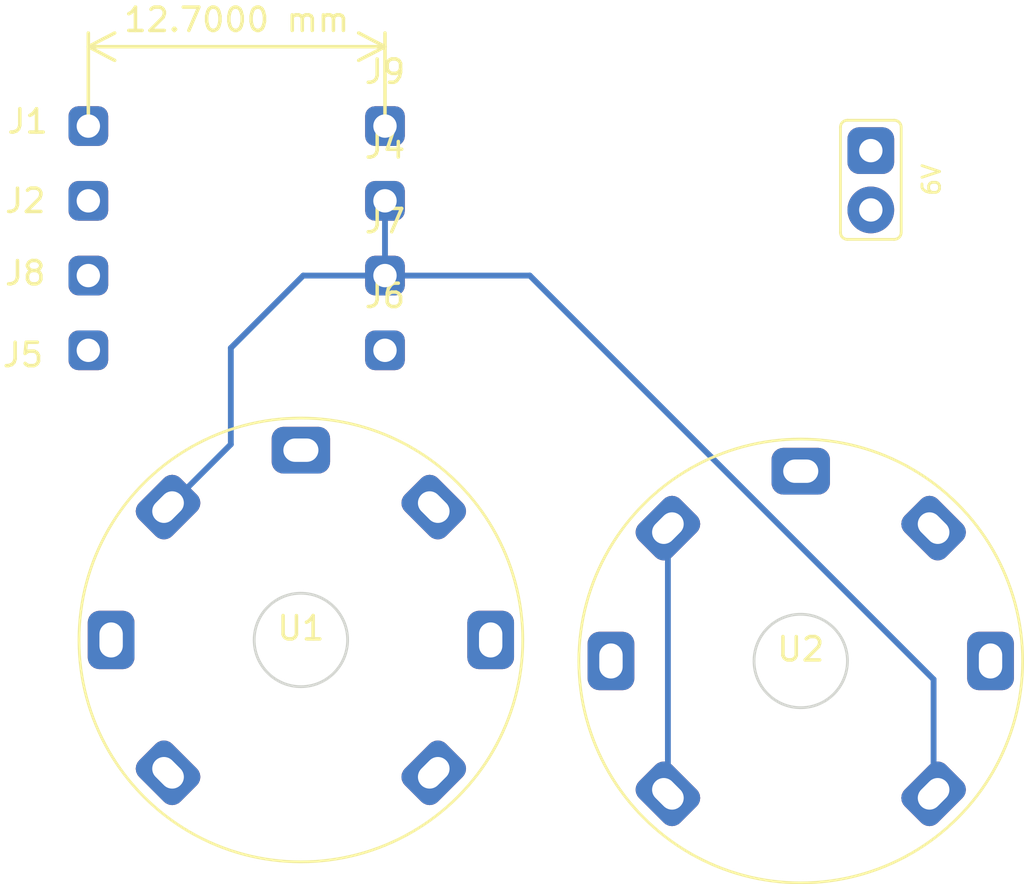
<source format=kicad_pcb>
(kicad_pcb (version 20211014) (generator pcbnew)
  (layers (0 "F.Cu" signal) (31 "B.Cu" signal) (34 "B.Paste" user) (35 "F.Paste" user) (36 "B.SilkS" user "B.Silkscreen") (37 "F.SilkS" user "F.Silkscreen") (38 "B.Mask" user) (39 "F.Mask" user) (44 "Edge.Cuts" user))
  (net 0 "")
  (net 1 "Net-(J2-Pad1)")
  (net 2 "Net-(J3-Pad1)")
  (net 3 "Net-(J3-Pad2)")
  (net 4 "Net-(J4-Pad1)")
  (net 5 "Net-(J5-Pad1)")
  (net 6 "GND")
  (footprint "spdf1626_lib:PinHeader_1x01_P2.54mm_Vertical" (layer "F.Cu") (at 25 31.4)
    (fp_text reference "J8" (at -2.7 -0.1) (layer "F.SilkS"))
    (fp_text value "IN2" hide)
    (pad "1" thru_hole roundrect (at 0 0) (size 1.7 1.7) (drill 1) (layers *.Cu *.Mask) (net 5 "Net-(J5-Pad1)"))
  )
  (footprint "spdf1626_lib:PinHeader_1x01_P2.54mm_Vertical" (layer "F.Cu") (at 25 25)
    (fp_text reference "J1" (at -2.6 -0.2) (layer "F.SilkS"))
    (fp_text value "IN1" hide)
    (pad "1" thru_hole roundrect (at 0 0) (size 1.7 1.7) (drill 1) (layers *.Cu *.Mask) (net 1 "Net-(J2-Pad1)"))
  )
  (footprint "spdf1626_lib:PinHeader_1x01_P2.54mm_Vertical" (layer "F.Cu") (at 37.7 31.4)
    (fp_text reference "J7" (at 0 -2.33) (layer "F.SilkS"))
    (fp_text value "Vout" hide)
    (pad "1" thru_hole roundrect (at 0 0) (size 1.7 1.7) (drill 1) (layers *.Cu *.Mask) (net 4 "Net-(J4-Pad1)"))
  )
  (footprint "spdf1626_lib:PinHeader_1x01_P2.54mm_Vertical" (layer "F.Cu") (at 37.7 28.2)
    (fp_text reference "J4" (at 0 -2.33) (layer "F.SilkS"))
    (fp_text value "Vout" hide)
    (pad "1" thru_hole roundrect (at 0 0) (size 1.7 1.7) (drill 1) (layers *.Cu *.Mask) (net 4 "Net-(J4-Pad1)"))
  )
  (footprint "spdf1626_lib:7-pin_tube_socket" (layer "F.Cu") (at 55.5 47.9)
    (fp_text reference "U2" (at 0 -0.5 unlocked) (layer "F.SilkS"))
    (fp_text value "6H2P")
    (fp_circle (center 0 0) (end 9.5 0) (layer "F.SilkS") (width 0.12) (fill none))
    (fp_circle (center 0 0) (end 2 0) (layer "Edge.Cuts") (width 0.12) (fill none))
    (pad "1" thru_hole roundrect (at 5.6875 5.6875 45) (size 2.5 2) (drill oval 1.5 1) (layers *.Cu *.Mask) (net 4 "Net-(J4-Pad1)"))
    (pad "2" thru_hole roundrect (at 8.125 0 90) (size 2.5 2) (drill oval 1.5 1) (layers *.Cu *.Mask) (net 6 "GND"))
    (pad "3" thru_hole roundrect (at 5.6875 -5.6875 135) (size 2.5 2) (drill oval 1.5 1) (layers *.Cu *.Mask) (net 3 "Net-(J3-Pad2)"))
    (pad "4" thru_hole roundrect (at 0 -8.125) (size 2.5 2) (drill oval 1.5 1) (layers *.Cu *.Mask) (net 2 "Net-(J3-Pad1)"))
    (pad "5" thru_hole roundrect (at -5.6875 -5.6875 45) (size 2.5 2) (drill oval 1.5 1) (layers *.Cu *.Mask) (net 5 "Net-(J5-Pad1)"))
    (pad "6" thru_hole roundrect (at -8.125 0 90) (size 2.5 2) (drill oval 1.5 1) (layers *.Cu *.Mask) (net 6 "GND"))
    (pad "7" thru_hole roundrect (at -5.6875 5.6875 135) (size 2.5 2) (drill oval 1.5 1) (layers *.Cu *.Mask) (net 5 "Net-(J5-Pad1)"))
  )
  (footprint "spdf1626_lib:PinHeader_1x01_P2.54mm_Vertical" (layer "F.Cu") (at 37.7 25)
    (fp_text reference "J9" (at 0 -2.33) (layer "F.SilkS"))
    (fp_text value "GND" hide)
    (pad "1" thru_hole roundrect (at 0 0) (size 1.7 1.7) (drill 1) (layers *.Cu *.Mask) (net 6 "GND"))
  )
  (footprint "spdf1626_lib:PinHeader_1x01_P2.54mm_Vertical" (layer "F.Cu") (at 37.7 34.6)
    (fp_text reference "J6" (at 0 -2.33) (layer "F.SilkS"))
    (fp_text value "GND" hide)
    (pad "1" thru_hole roundrect (at 0 0) (size 1.7 1.7) (drill 1) (layers *.Cu *.Mask) (net 6 "GND"))
  )
  (footprint "spdf1626_lib:PinHeader_1x01_P2.54mm_Vertical" (layer "F.Cu") (at 25 34.6)
    (fp_text reference "J5" (at -2.8 0.2) (layer "F.SilkS"))
    (fp_text value "IN2" hide)
    (pad "1" thru_hole roundrect (at 0 0) (size 1.7 1.7) (drill 1) (layers *.Cu *.Mask) (net 5 "Net-(J5-Pad1)"))
  )
  (footprint "spdf1626_lib:PinHeader_1x02_P2.54mm" (layer "F.Cu") (at 58.5 26.05)
    (fp_text reference "J3" hide)
    (fp_text value "6V" (at 2.6 1.25 90) (layer "F.SilkS") (effects (font (size 0.75 0.75) (thickness 0.12))))
    (fp_line (start 1.3 -1) (end 1.3 3.5) (layer "F.SilkS") (width 0.12))
    (fp_line (start -1 -1.3) (end 1 -1.3) (layer "F.SilkS") (width 0.12))
    (fp_line (start -1.3 3.5) (end -1.3 -1) (layer "F.SilkS") (width 0.12))
    (fp_line (start 1 3.8) (end -1 3.8) (layer "F.SilkS") (width 0.12))
    (fp_arc (start -1 3.8) (mid -1.212132 3.712132) (end -1.3 3.5) (layer "F.SilkS") (width 0.12))
    (fp_arc (start -1.3 -1) (mid -1.212132 -1.212132) (end -1 -1.3) (layer "F.SilkS") (width 0.12))
    (fp_arc (start 1 -1.3) (mid 1.212132 -1.212132) (end 1.3 -1) (layer "F.SilkS") (width 0.12))
    (fp_arc (start 1.3 3.5) (mid 1.212132 3.712132) (end 1 3.8) (layer "F.SilkS") (width 0.12))
    (pad "1" thru_hole roundrect (at 0 0) (size 2 2) (drill 1) (layers *.Cu *.Mask) (net 2 "Net-(J3-Pad1)"))
    (pad "2" thru_hole oval (at 0 2.54) (size 2 2) (drill 1) (layers *.Cu *.Mask) (net 3 "Net-(J3-Pad2)"))
  )
  (footprint "spdf1626_lib:PinHeader_1x01_P2.54mm_Vertical" (layer "F.Cu") (at 25 28.2)
    (fp_text reference "J2" (at -2.7 0) (layer "F.SilkS"))
    (fp_text value "IN1" hide)
    (pad "1" thru_hole roundrect (at 0 0) (size 1.7 1.7) (drill 1) (layers *.Cu *.Mask) (net 1 "Net-(J2-Pad1)"))
  )
  (footprint "spdf1626_lib:7-pin_tube_socket" (layer "F.Cu") (at 34.1 47)
    (fp_text reference "U1" (at 0 -0.5 unlocked) (layer "F.SilkS"))
    (fp_text value "6H2P")
    (fp_circle (center 0 0) (end 9.5 0) (layer "F.SilkS") (width 0.12) (fill none))
    (fp_circle (center 0 0) (end 2 0) (layer "Edge.Cuts") (width 0.12) (fill none))
    (pad "1" thru_hole roundrect (at 5.6875 5.6875 45) (size 2.5 2) (drill oval 1.5 1) (layers *.Cu *.Mask) (net 1 "Net-(J2-Pad1)"))
    (pad "2" thru_hole roundrect (at 8.125 0 90) (size 2.5 2) (drill oval 1.5 1) (layers *.Cu *.Mask) (net 1 "Net-(J2-Pad1)"))
    (pad "3" thru_hole roundrect (at 5.6875 -5.6875 135) (size 2.5 2) (drill oval 1.5 1) (layers *.Cu *.Mask) (net 2 "Net-(J3-Pad1)"))
    (pad "4" thru_hole roundrect (at 0 -8.125) (size 2.5 2) (drill oval 1.5 1) (layers *.Cu *.Mask) (net 3 "Net-(J3-Pad2)"))
    (pad "5" thru_hole roundrect (at -5.6875 -5.6875 45) (size 2.5 2) (drill oval 1.5 1) (layers *.Cu *.Mask) (net 4 "Net-(J4-Pad1)"))
    (pad "6" thru_hole roundrect (at -8.125 0 90) (size 2.5 2) (drill oval 1.5 1) (layers *.Cu *.Mask) (net 6 "GND"))
    (pad "7" thru_hole roundrect (at -5.6875 5.6875 135) (size 2.5 2) (drill oval 1.5 1) (layers *.Cu *.Mask) (net 6 "GND"))
  )
  (dimension (type aligned) (layer "F.SilkS") (pts (xy 25 25) (xy 37.7 25)) (height -3.4) (gr_text "12,7000 мм" (at 31.35 20.45) (layer "F.SilkS") (effects (font (size 1 1) (thickness 0.15)))) (format (units 3) (units_format 1) (precision 4)) (style (thickness 0.15) (arrow_length 1.27) (text_position_mode 0) (extension_height 0.58642) (extension_offset 0.5) keep_text_aligned))
  (segment (start 31.1 34.5) (end 34.2 31.4) (width 0.25) (layer "B.Cu") (net 4))
  (segment (start 61.1875 53.5875) (end 61.1875 48.6875) (width 0.25) (layer "B.Cu") (net 4))
  (segment (start 28.4125 41.3125) (end 31.1 38.625) (width 0.25) (layer "B.Cu") (net 4))
  (segment (start 43.9 31.4) (end 37.7 31.4) (width 0.25) (layer "B.Cu") (net 4))
  (segment (start 37.7 28.2) (end 37.7 31.4) (width 0.25) (layer "B.Cu") (net 4))
  (segment (start 61.1875 48.6875) (end 43.9 31.4) (width 0.25) (layer "B.Cu") (net 4))
  (segment (start 34.2 31.4) (end 37.7 31.4) (width 0.25) (layer "B.Cu") (net 4))
  (segment (start 31.1 38.625) (end 31.1 34.5) (width 0.25) (layer "B.Cu") (net 4))
  (segment (start 49.8125 42.2125) (end 49.8125 53.5875) (width 0.25) (layer "B.Cu") (net 5))
)
</source>
